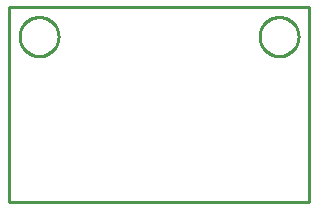
<source format=gbr>
G04 EAGLE Gerber RS-274X export*
G75*
%MOMM*%
%FSLAX34Y34*%
%LPD*%
%IN*%
%IPPOS*%
%AMOC8*
5,1,8,0,0,1.08239X$1,22.5*%
G01*
%ADD10C,0.254000*%


D10*
X0Y0D02*
X254000Y0D01*
X254000Y165100D01*
X0Y165100D01*
X0Y0D01*
X41910Y139160D02*
X41839Y138081D01*
X41698Y137009D01*
X41487Y135949D01*
X41208Y134905D01*
X40860Y133881D01*
X40446Y132883D01*
X39968Y131913D01*
X39428Y130977D01*
X38827Y130078D01*
X38169Y129221D01*
X37457Y128408D01*
X36692Y127644D01*
X35879Y126931D01*
X35022Y126273D01*
X34123Y125672D01*
X33187Y125132D01*
X32217Y124654D01*
X31219Y124240D01*
X30195Y123892D01*
X29151Y123613D01*
X28091Y123402D01*
X27019Y123261D01*
X25940Y123190D01*
X24860Y123190D01*
X23781Y123261D01*
X22709Y123402D01*
X21649Y123613D01*
X20605Y123892D01*
X19581Y124240D01*
X18583Y124654D01*
X17613Y125132D01*
X16677Y125672D01*
X15778Y126273D01*
X14921Y126931D01*
X14108Y127644D01*
X13344Y128408D01*
X12631Y129221D01*
X11973Y130078D01*
X11372Y130977D01*
X10832Y131913D01*
X10354Y132883D01*
X9940Y133881D01*
X9592Y134905D01*
X9313Y135949D01*
X9102Y137009D01*
X8961Y138081D01*
X8890Y139160D01*
X8890Y140240D01*
X8961Y141319D01*
X9102Y142391D01*
X9313Y143451D01*
X9592Y144495D01*
X9940Y145519D01*
X10354Y146517D01*
X10832Y147487D01*
X11372Y148423D01*
X11973Y149322D01*
X12631Y150179D01*
X13344Y150992D01*
X14108Y151757D01*
X14921Y152469D01*
X15778Y153127D01*
X16677Y153728D01*
X17613Y154268D01*
X18583Y154746D01*
X19581Y155160D01*
X20605Y155508D01*
X21649Y155787D01*
X22709Y155998D01*
X23781Y156139D01*
X24860Y156210D01*
X25940Y156210D01*
X27019Y156139D01*
X28091Y155998D01*
X29151Y155787D01*
X30195Y155508D01*
X31219Y155160D01*
X32217Y154746D01*
X33187Y154268D01*
X34123Y153728D01*
X35022Y153127D01*
X35879Y152469D01*
X36692Y151757D01*
X37457Y150992D01*
X38169Y150179D01*
X38827Y149322D01*
X39428Y148423D01*
X39968Y147487D01*
X40446Y146517D01*
X40860Y145519D01*
X41208Y144495D01*
X41487Y143451D01*
X41698Y142391D01*
X41839Y141319D01*
X41910Y140240D01*
X41910Y139160D01*
X245110Y139160D02*
X245039Y138081D01*
X244898Y137009D01*
X244687Y135949D01*
X244408Y134905D01*
X244060Y133881D01*
X243646Y132883D01*
X243168Y131913D01*
X242628Y130977D01*
X242027Y130078D01*
X241369Y129221D01*
X240657Y128408D01*
X239892Y127644D01*
X239079Y126931D01*
X238222Y126273D01*
X237323Y125672D01*
X236387Y125132D01*
X235417Y124654D01*
X234419Y124240D01*
X233395Y123892D01*
X232351Y123613D01*
X231291Y123402D01*
X230219Y123261D01*
X229140Y123190D01*
X228060Y123190D01*
X226981Y123261D01*
X225909Y123402D01*
X224849Y123613D01*
X223805Y123892D01*
X222781Y124240D01*
X221783Y124654D01*
X220813Y125132D01*
X219877Y125672D01*
X218978Y126273D01*
X218121Y126931D01*
X217308Y127644D01*
X216544Y128408D01*
X215831Y129221D01*
X215173Y130078D01*
X214572Y130977D01*
X214032Y131913D01*
X213554Y132883D01*
X213140Y133881D01*
X212792Y134905D01*
X212513Y135949D01*
X212302Y137009D01*
X212161Y138081D01*
X212090Y139160D01*
X212090Y140240D01*
X212161Y141319D01*
X212302Y142391D01*
X212513Y143451D01*
X212792Y144495D01*
X213140Y145519D01*
X213554Y146517D01*
X214032Y147487D01*
X214572Y148423D01*
X215173Y149322D01*
X215831Y150179D01*
X216544Y150992D01*
X217308Y151757D01*
X218121Y152469D01*
X218978Y153127D01*
X219877Y153728D01*
X220813Y154268D01*
X221783Y154746D01*
X222781Y155160D01*
X223805Y155508D01*
X224849Y155787D01*
X225909Y155998D01*
X226981Y156139D01*
X228060Y156210D01*
X229140Y156210D01*
X230219Y156139D01*
X231291Y155998D01*
X232351Y155787D01*
X233395Y155508D01*
X234419Y155160D01*
X235417Y154746D01*
X236387Y154268D01*
X237323Y153728D01*
X238222Y153127D01*
X239079Y152469D01*
X239892Y151757D01*
X240657Y150992D01*
X241369Y150179D01*
X242027Y149322D01*
X242628Y148423D01*
X243168Y147487D01*
X243646Y146517D01*
X244060Y145519D01*
X244408Y144495D01*
X244687Y143451D01*
X244898Y142391D01*
X245039Y141319D01*
X245110Y140240D01*
X245110Y139160D01*
M02*

</source>
